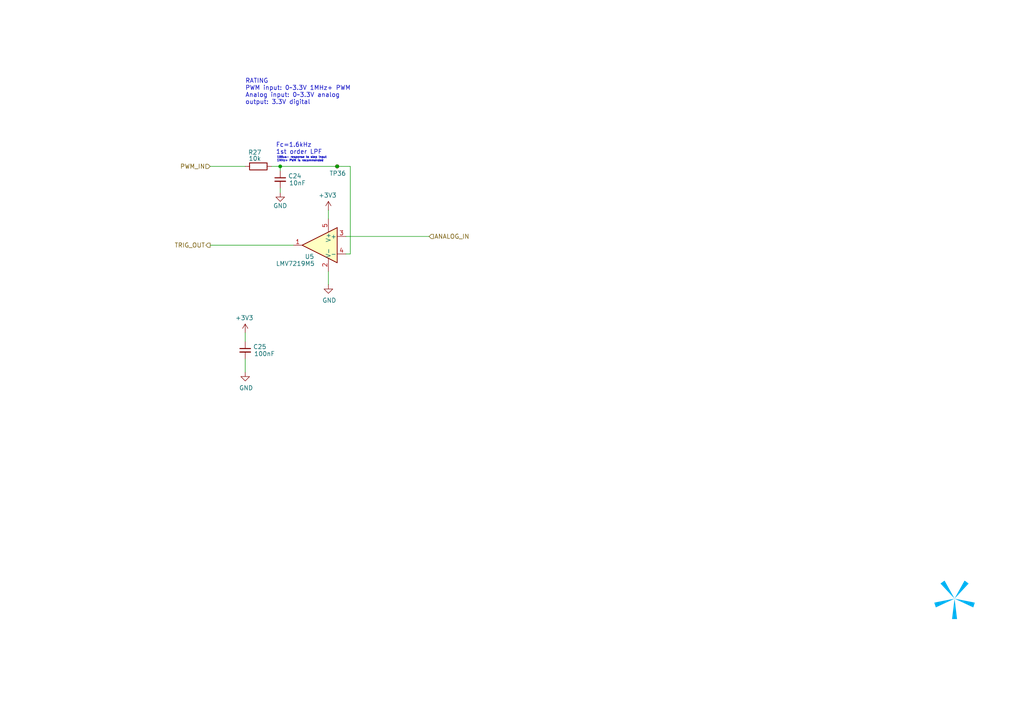
<source format=kicad_sch>
(kicad_sch (version 20250114) (generator "eeschema") (generator_version "9.0")
  (paper "A4")
  (title_block (title "PULSER") (date "2025-02-14") (rev "2") (company "Spark Project") (comment 1 "Author: 夕月霞 (xyx)") (comment 2 "EDM Pulse Generator Board"))
  (lib_symbols
    (symbol "Comparator:LMV7219M5" (pin_names (offset 0.127))
      (property "Reference" "U" (at -1.27 6.35 0))
      (property "Value" "LMV7219M5" (at -1.27 3.81 0))
      (symbol "LMV7219M5_0_1"
        (polyline (pts (xy -5.08 5.08) (xy 5.08 0) (xy -5.08 -5.08) (xy -5.08 5.08)) (stroke (width 0.254)) (fill (type background)))
        (pin power_in line (at -2.54 7.62 270) (length 3.81) (name "V+") (number "5"))
        (pin power_in line (at -2.54 -7.62 90) (length 3.81) (name "V-") (number "2"))
      )
      (symbol "LMV7219M5_1_1"
        (pin input line (at -7.62 2.54 0) (length 2.54) (name "+") (number "3"))
        (pin input line (at -7.62 -2.54 0) (length 2.54) (name "-") (number "4"))
        (pin output line (at 7.62 0 180) (length 2.54) (name "~") (number "1"))
      )
    )
    (symbol "Connector:TestPoint_Small" (pin_numbers (hide yes)) (pin_names (offset 0.762) (hide yes))
      (property "Reference" "TP" (at 0 3.81 0))
      (property "Value" "TestPoint_Small" (at 0 2.032 0))
      (symbol "TestPoint_Small_0_1"
        (circle (center 0 0) (radius 0.508))
      )
      (symbol "TestPoint_Small_1_1"
        (pin passive line (at 0 0 90) (length 0) (name "1") (number "1"))
      )
    )
    (symbol "Device:C_Small" (pin_numbers (hide yes)) (pin_names (offset 0.254) (hide yes))
      (property "Reference" "C" (at 0.254 1.778 0))
      (property "Value" "C_Small" (at 0.254 -2.032 0))
      (symbol "C_Small_0_1"
        (polyline (pts (xy -1.524 0.508) (xy 1.524 0.508)) (stroke (width 0.3048)))
        (polyline (pts (xy -1.524 -0.508) (xy 1.524 -0.508)) (stroke (width 0.3302)))
      )
      (symbol "C_Small_1_1"
        (pin passive line (at 0 2.54 270) (length 2.032) (name "~") (number "1"))
        (pin passive line (at 0 -2.54 90) (length 2.032) (name "~") (number "2"))
      )
    )
    (symbol "Device:R" (pin_numbers (hide yes)) (pin_names (offset 0))
      (property "Reference" "R" (at 2.032 0 90))
      (property "Value" "R" (at 0 0 90))
      (symbol "R_0_1"
        (rectangle (start -1.016 -2.54) (end 1.016 2.54) (stroke (width 0.254)))
      )
      (symbol "R_1_1"
        (pin passive line (at 0 3.81 270) (length 1.27) (name "~") (number "1"))
        (pin passive line (at 0 -3.81 90) (length 1.27) (name "~") (number "2"))
      )
    )
    (symbol "power:GND" (power) (pin_numbers (hide yes)) (pin_names (offset 0) (hide yes))
      (property "Value" "GND" (at 0 -3.81 0))
      (symbol "GND_0_1"
        (polyline (pts (xy 0 0) (xy 0 -1.27) (xy 1.27 -1.27) (xy 0 -2.54) (xy -1.27 -1.27) (xy 0 -1.27)))
      )
      (symbol "GND_1_1"
        (pin power_in line (at 0 0 270) (length 0) (name "~") (number "1"))
      )
    )
    (symbol "power:VCC" (power) (pin_numbers (hide yes)) (pin_names (offset 0) (hide yes))
      (property "Value" "VCC" (at 0 3.556 0))
      (symbol "VCC_0_1"
        (polyline (pts (xy -0.762 1.27) (xy 0 2.54)))
        (polyline (pts (xy 0 2.54) (xy 0.762 1.27)))
        (polyline (pts (xy 0 0) (xy 0 2.54)))
      )
      (symbol "VCC_1_1"
        (pin power_in line (at 0 0 90) (length 0) (name "~") (number "1"))
      )
    )
  )
  (text "RATING\nPWM input: 0~3.3V 1MHz+ PWM\nAnalog input: 0~3.3V analog\noutput: 3.3V digital\n" (at 71.12 26.67 0) (effects (font (size 1.27 1.27)) (justify left)))
  (text "Fc=1.6kHz\n1st order LPF" (at 80.01 43.18 0) (effects (font (size 1.27 1.27)) (justify left)))
  (text "100us- response to step input\n1MHz+ PWM is recommended" (at 80.264 46.228 0) (effects (font (size 0.6 0.6)) (justify left)))
  (junction (at 81.28 48.26))
  (junction (at 97.79 48.26))
  (wire (pts (xy 78.74 48.26) (xy 81.28 48.26)))
  (wire (pts (xy 101.6 48.26) (xy 101.6 73.66)))
  (wire (pts (xy 71.12 96.52) (xy 71.12 99.06)))
  (wire (pts (xy 81.28 54.61) (xy 81.28 55.88)))
  (wire (pts (xy 124.46 68.58) (xy 100.33 68.58)))
  (wire (pts (xy 97.79 48.26) (xy 101.6 48.26)))
  (wire (pts (xy 95.25 60.96) (xy 95.25 63.5)))
  (wire (pts (xy 95.25 78.74) (xy 95.25 82.55)))
  (wire (pts (xy 81.28 48.26) (xy 97.79 48.26)))
  (wire (pts (xy 60.96 48.26) (xy 71.12 48.26)))
  (wire (pts (xy 101.6 73.66) (xy 100.33 73.66)))
  (wire (pts (xy 60.96 71.12) (xy 85.09 71.12)))
  (wire (pts (xy 81.28 49.53) (xy 81.28 48.26)))
  (wire (pts (xy 71.12 104.14) (xy 71.12 107.95)))
  (image (at 276.86 173.99) (scale 1.13867))
  (hierarchical_label "PWM_IN" (shape input) (at 60.96 48.26 180))
  (hierarchical_label "TRIG_OUT" (shape output) (at 60.96 71.12 180))
  (hierarchical_label "ANALOG_IN" (shape input) (at 124.46 68.58 0))
  (symbol (lib_id "power:VCC") (at 71.12 96.52 0) (unit 1)
    (property "Reference" "#PWR038" (effects (hide yes)))
    (property "Value" "+3V3" (at 70.866 92.202 0))
    (property "Description" "Power symbol creates a global label with name \"VCC\"" (effects (hide yes)))
  )
  (symbol (lib_id "power:VCC") (at 95.25 60.96 0) (unit 1)
    (property "Reference" "#PWR036" (effects (hide yes)))
    (property "Value" "+3V3" (at 94.996 56.642 0))
    (property "Description" "Power symbol creates a global label with name \"VCC\"" (effects (hide yes)))
  )
  (symbol (lib_id "Device:C_Small") (at 71.12 101.6 0) (unit 1)
    (property "Reference" "C25" (at 73.406 100.584 0) (effects (justify left)))
    (property "Value" "100nF" (at 73.66 102.616 0) (effects (justify left)))
    (property "Footprint" "Capacitor_SMD:C_0603_1608Metric" (effects (hide yes)))
    (property "Description" "Unpolarized capacitor, small symbol" (effects (hide yes)))
    (property "LCSC" "C14663" (effects (hide yes)))
  )
  (symbol (lib_id "power:GND") (at 81.28 55.88 0) (unit 1)
    (property "Reference" "#PWR035" (effects (hide yes)))
    (property "Value" "GND" (at 81.28 59.69 0))
    (property "Description" "Power symbol creates a global label with name \"GND\" , ground" (effects (hide yes)))
  )
  (symbol (lib_id "Connector:TestPoint_Small") (at 97.79 48.26 0) (unit 1)
    (property "Reference" "TP36" (at 95.504 50.292 0) (effects (justify left)))
    (property "Value" "TestPoint" (effects (hide yes)))
    (property "Footprint" "TestPoint:TestPoint_Pad_D1.5mm" (effects (hide yes)))
    (property "Description" "test point" (effects (hide yes)))
  )
  (symbol (lib_id "Comparator:LMV7219M5") (at 92.71 71.12 0) (mirror y) (unit 1)
    (property "Reference" "U5" (at 88.392 74.422 0) (effects (justify right)))
    (property "Value" "LMV7219M5" (at 80.01 76.454 0) (effects (justify right)))
    (property "Footprint" "Package_TO_SOT_SMD:SOT-23-5" (effects (hide yes)))
    (property "Datasheet" "https://www.ti.com/lit/ds/symlink/lmv7219.pdf" (effects (hide yes)))
    (property "Description" "Single Low-Power High-Speed Push-Pull Output Comparator, SOT-23-5" (effects (hide yes)))
    (property "LCSC" "C283912" (effects (hide yes)))
  )
  (symbol (lib_id "Device:R") (at 74.93 48.26 90) (unit 1)
    (property "Reference" "R27" (at 73.914 44.196 90))
    (property "Value" "10k" (at 73.914 45.974 90))
    (property "Footprint" "Resistor_SMD:R_0603_1608Metric" (effects (hide yes)))
    (property "Description" "Resistor" (effects (hide yes)))
    (property "LCSC" "C25804" (effects (hide yes)))
  )
  (symbol (lib_id "Device:C_Small") (at 81.28 52.07 0) (unit 1)
    (property "Reference" "C24" (at 83.566 51.054 0) (effects (justify left)))
    (property "Value" "10nF" (at 83.82 53.086 0) (effects (justify left)))
    (property "Footprint" "Capacitor_SMD:C_0603_1608Metric" (effects (hide yes)))
    (property "Description" "Unpolarized capacitor, small symbol" (effects (hide yes)))
    (property "LCSC" "C57112" (effects (hide yes)))
  )
  (symbol (lib_id "power:GND") (at 71.12 107.95 0) (unit 1)
    (property "Reference" "#PWR039" (effects (hide yes)))
    (property "Value" "GND" (at 71.374 112.522 0))
    (property "Description" "Power symbol creates a global label with name \"GND\" , ground" (effects (hide yes)))
  )
  (symbol (lib_id "power:GND") (at 95.25 82.55 0) (unit 1)
    (property "Reference" "#PWR037" (effects (hide yes)))
    (property "Value" "GND" (at 95.504 87.122 0))
    (property "Description" "Power symbol creates a global label with name \"GND\" , ground" (effects (hide yes)))
  )
)
</source>
